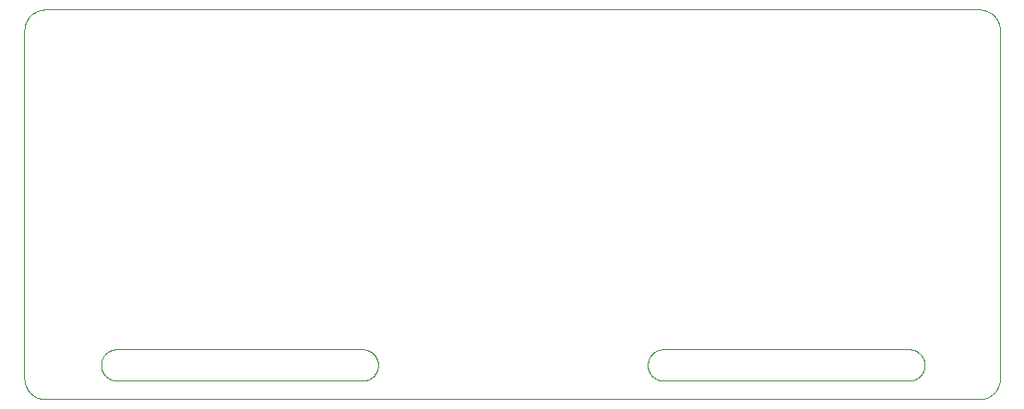
<source format=gtp>
G75*
%MOIN*%
%OFA0B0*%
%FSLAX25Y25*%
%IPPOS*%
%LPD*%
%AMOC8*
5,1,8,0,0,1.08239X$1,22.5*
%
%ADD10C,0.00000*%
D10*
X0025300Y0008800D02*
X0362800Y0008800D01*
X0362981Y0008802D01*
X0363162Y0008809D01*
X0363343Y0008820D01*
X0363524Y0008835D01*
X0363704Y0008855D01*
X0363884Y0008879D01*
X0364063Y0008907D01*
X0364241Y0008940D01*
X0364418Y0008977D01*
X0364595Y0009018D01*
X0364770Y0009063D01*
X0364945Y0009113D01*
X0365118Y0009167D01*
X0365289Y0009225D01*
X0365460Y0009287D01*
X0365628Y0009354D01*
X0365795Y0009424D01*
X0365961Y0009498D01*
X0366124Y0009577D01*
X0366285Y0009659D01*
X0366445Y0009745D01*
X0366602Y0009835D01*
X0366757Y0009929D01*
X0366910Y0010026D01*
X0367060Y0010128D01*
X0367208Y0010232D01*
X0367354Y0010341D01*
X0367496Y0010452D01*
X0367636Y0010568D01*
X0367773Y0010686D01*
X0367908Y0010808D01*
X0368039Y0010933D01*
X0368167Y0011061D01*
X0368292Y0011192D01*
X0368414Y0011327D01*
X0368532Y0011464D01*
X0368648Y0011604D01*
X0368759Y0011746D01*
X0368868Y0011892D01*
X0368972Y0012040D01*
X0369074Y0012190D01*
X0369171Y0012343D01*
X0369265Y0012498D01*
X0369355Y0012655D01*
X0369441Y0012815D01*
X0369523Y0012976D01*
X0369602Y0013139D01*
X0369676Y0013305D01*
X0369746Y0013472D01*
X0369813Y0013640D01*
X0369875Y0013811D01*
X0369933Y0013982D01*
X0369987Y0014155D01*
X0370037Y0014330D01*
X0370082Y0014505D01*
X0370123Y0014682D01*
X0370160Y0014859D01*
X0370193Y0015037D01*
X0370221Y0015216D01*
X0370245Y0015396D01*
X0370265Y0015576D01*
X0370280Y0015757D01*
X0370291Y0015938D01*
X0370298Y0016119D01*
X0370300Y0016300D01*
X0370300Y0142300D01*
X0370298Y0142481D01*
X0370291Y0142662D01*
X0370280Y0142843D01*
X0370265Y0143024D01*
X0370245Y0143204D01*
X0370221Y0143384D01*
X0370193Y0143563D01*
X0370160Y0143741D01*
X0370123Y0143918D01*
X0370082Y0144095D01*
X0370037Y0144270D01*
X0369987Y0144445D01*
X0369933Y0144618D01*
X0369875Y0144789D01*
X0369813Y0144960D01*
X0369746Y0145128D01*
X0369676Y0145295D01*
X0369602Y0145461D01*
X0369523Y0145624D01*
X0369441Y0145785D01*
X0369355Y0145945D01*
X0369265Y0146102D01*
X0369171Y0146257D01*
X0369074Y0146410D01*
X0368972Y0146560D01*
X0368868Y0146708D01*
X0368759Y0146854D01*
X0368648Y0146996D01*
X0368532Y0147136D01*
X0368414Y0147273D01*
X0368292Y0147408D01*
X0368167Y0147539D01*
X0368039Y0147667D01*
X0367908Y0147792D01*
X0367773Y0147914D01*
X0367636Y0148032D01*
X0367496Y0148148D01*
X0367354Y0148259D01*
X0367208Y0148368D01*
X0367060Y0148472D01*
X0366910Y0148574D01*
X0366757Y0148671D01*
X0366602Y0148765D01*
X0366445Y0148855D01*
X0366285Y0148941D01*
X0366124Y0149023D01*
X0365961Y0149102D01*
X0365795Y0149176D01*
X0365628Y0149246D01*
X0365460Y0149313D01*
X0365289Y0149375D01*
X0365118Y0149433D01*
X0364945Y0149487D01*
X0364770Y0149537D01*
X0364595Y0149582D01*
X0364418Y0149623D01*
X0364241Y0149660D01*
X0364063Y0149693D01*
X0363884Y0149721D01*
X0363704Y0149745D01*
X0363524Y0149765D01*
X0363343Y0149780D01*
X0363162Y0149791D01*
X0362981Y0149798D01*
X0362800Y0149800D01*
X0025300Y0149800D01*
X0025119Y0149798D01*
X0024938Y0149791D01*
X0024757Y0149780D01*
X0024576Y0149765D01*
X0024396Y0149745D01*
X0024216Y0149721D01*
X0024037Y0149693D01*
X0023859Y0149660D01*
X0023682Y0149623D01*
X0023505Y0149582D01*
X0023330Y0149537D01*
X0023155Y0149487D01*
X0022982Y0149433D01*
X0022811Y0149375D01*
X0022640Y0149313D01*
X0022472Y0149246D01*
X0022305Y0149176D01*
X0022139Y0149102D01*
X0021976Y0149023D01*
X0021815Y0148941D01*
X0021655Y0148855D01*
X0021498Y0148765D01*
X0021343Y0148671D01*
X0021190Y0148574D01*
X0021040Y0148472D01*
X0020892Y0148368D01*
X0020746Y0148259D01*
X0020604Y0148148D01*
X0020464Y0148032D01*
X0020327Y0147914D01*
X0020192Y0147792D01*
X0020061Y0147667D01*
X0019933Y0147539D01*
X0019808Y0147408D01*
X0019686Y0147273D01*
X0019568Y0147136D01*
X0019452Y0146996D01*
X0019341Y0146854D01*
X0019232Y0146708D01*
X0019128Y0146560D01*
X0019026Y0146410D01*
X0018929Y0146257D01*
X0018835Y0146102D01*
X0018745Y0145945D01*
X0018659Y0145785D01*
X0018577Y0145624D01*
X0018498Y0145461D01*
X0018424Y0145295D01*
X0018354Y0145128D01*
X0018287Y0144960D01*
X0018225Y0144789D01*
X0018167Y0144618D01*
X0018113Y0144445D01*
X0018063Y0144270D01*
X0018018Y0144095D01*
X0017977Y0143918D01*
X0017940Y0143741D01*
X0017907Y0143563D01*
X0017879Y0143384D01*
X0017855Y0143204D01*
X0017835Y0143024D01*
X0017820Y0142843D01*
X0017809Y0142662D01*
X0017802Y0142481D01*
X0017800Y0142300D01*
X0017800Y0016300D01*
X0017802Y0016119D01*
X0017809Y0015938D01*
X0017820Y0015757D01*
X0017835Y0015576D01*
X0017855Y0015396D01*
X0017879Y0015216D01*
X0017907Y0015037D01*
X0017940Y0014859D01*
X0017977Y0014682D01*
X0018018Y0014505D01*
X0018063Y0014330D01*
X0018113Y0014155D01*
X0018167Y0013982D01*
X0018225Y0013811D01*
X0018287Y0013640D01*
X0018354Y0013472D01*
X0018424Y0013305D01*
X0018498Y0013139D01*
X0018577Y0012976D01*
X0018659Y0012815D01*
X0018745Y0012655D01*
X0018835Y0012498D01*
X0018929Y0012343D01*
X0019026Y0012190D01*
X0019128Y0012040D01*
X0019232Y0011892D01*
X0019341Y0011746D01*
X0019452Y0011604D01*
X0019568Y0011464D01*
X0019686Y0011327D01*
X0019808Y0011192D01*
X0019933Y0011061D01*
X0020061Y0010933D01*
X0020192Y0010808D01*
X0020327Y0010686D01*
X0020464Y0010568D01*
X0020604Y0010452D01*
X0020746Y0010341D01*
X0020892Y0010232D01*
X0021040Y0010128D01*
X0021190Y0010026D01*
X0021343Y0009929D01*
X0021498Y0009835D01*
X0021655Y0009745D01*
X0021815Y0009659D01*
X0021976Y0009577D01*
X0022139Y0009498D01*
X0022305Y0009424D01*
X0022472Y0009354D01*
X0022640Y0009287D01*
X0022811Y0009225D01*
X0022982Y0009167D01*
X0023155Y0009113D01*
X0023330Y0009063D01*
X0023505Y0009018D01*
X0023682Y0008977D01*
X0023859Y0008940D01*
X0024037Y0008907D01*
X0024216Y0008879D01*
X0024396Y0008855D01*
X0024576Y0008835D01*
X0024757Y0008820D01*
X0024938Y0008809D01*
X0025119Y0008802D01*
X0025300Y0008800D01*
X0050550Y0015550D02*
X0140550Y0015550D01*
X0140698Y0015568D01*
X0140845Y0015590D01*
X0140992Y0015616D01*
X0141137Y0015646D01*
X0141282Y0015680D01*
X0141427Y0015718D01*
X0141570Y0015759D01*
X0141712Y0015804D01*
X0141852Y0015853D01*
X0141991Y0015906D01*
X0142129Y0015962D01*
X0142266Y0016022D01*
X0142401Y0016085D01*
X0142534Y0016152D01*
X0142665Y0016222D01*
X0142794Y0016296D01*
X0142921Y0016373D01*
X0143047Y0016454D01*
X0143170Y0016537D01*
X0143291Y0016624D01*
X0143409Y0016715D01*
X0143525Y0016808D01*
X0143639Y0016904D01*
X0143750Y0017003D01*
X0143859Y0017105D01*
X0143964Y0017210D01*
X0144067Y0017318D01*
X0144167Y0017428D01*
X0144264Y0017541D01*
X0144358Y0017656D01*
X0144449Y0017774D01*
X0144537Y0017894D01*
X0144622Y0018017D01*
X0144703Y0018141D01*
X0144782Y0018268D01*
X0144856Y0018397D01*
X0144928Y0018528D01*
X0144996Y0018660D01*
X0145060Y0018794D01*
X0145121Y0018930D01*
X0145178Y0019068D01*
X0145232Y0019207D01*
X0145282Y0019347D01*
X0145328Y0019489D01*
X0145370Y0019631D01*
X0145409Y0019775D01*
X0145444Y0019920D01*
X0145475Y0020065D01*
X0145502Y0020212D01*
X0145526Y0020359D01*
X0145545Y0020506D01*
X0145561Y0020655D01*
X0145573Y0020803D01*
X0145581Y0020952D01*
X0145585Y0021101D01*
X0145585Y0021249D01*
X0145581Y0021398D01*
X0145573Y0021547D01*
X0145561Y0021695D01*
X0145545Y0021844D01*
X0145526Y0021991D01*
X0145502Y0022138D01*
X0145475Y0022285D01*
X0145444Y0022430D01*
X0145409Y0022575D01*
X0145370Y0022719D01*
X0145328Y0022861D01*
X0145282Y0023003D01*
X0145232Y0023143D01*
X0145178Y0023282D01*
X0145121Y0023420D01*
X0145060Y0023556D01*
X0144996Y0023690D01*
X0144928Y0023822D01*
X0144856Y0023953D01*
X0144782Y0024082D01*
X0144703Y0024209D01*
X0144622Y0024333D01*
X0144537Y0024456D01*
X0144449Y0024576D01*
X0144358Y0024694D01*
X0144264Y0024809D01*
X0144167Y0024922D01*
X0144067Y0025032D01*
X0143964Y0025140D01*
X0143859Y0025245D01*
X0143750Y0025347D01*
X0143639Y0025446D01*
X0143525Y0025542D01*
X0143409Y0025635D01*
X0143291Y0025726D01*
X0143170Y0025813D01*
X0143047Y0025896D01*
X0142921Y0025977D01*
X0142794Y0026054D01*
X0142665Y0026128D01*
X0142534Y0026198D01*
X0142401Y0026265D01*
X0142266Y0026328D01*
X0142129Y0026388D01*
X0141991Y0026444D01*
X0141852Y0026497D01*
X0141712Y0026546D01*
X0141570Y0026591D01*
X0141427Y0026632D01*
X0141282Y0026670D01*
X0141137Y0026704D01*
X0140992Y0026734D01*
X0140845Y0026760D01*
X0140698Y0026782D01*
X0140550Y0026800D01*
X0050550Y0026800D01*
X0050402Y0026782D01*
X0050255Y0026760D01*
X0050108Y0026734D01*
X0049963Y0026704D01*
X0049818Y0026670D01*
X0049673Y0026632D01*
X0049530Y0026591D01*
X0049388Y0026546D01*
X0049248Y0026497D01*
X0049109Y0026444D01*
X0048971Y0026388D01*
X0048834Y0026328D01*
X0048699Y0026265D01*
X0048566Y0026198D01*
X0048435Y0026128D01*
X0048306Y0026054D01*
X0048179Y0025977D01*
X0048053Y0025896D01*
X0047930Y0025813D01*
X0047809Y0025726D01*
X0047691Y0025635D01*
X0047575Y0025542D01*
X0047461Y0025446D01*
X0047350Y0025347D01*
X0047241Y0025245D01*
X0047136Y0025140D01*
X0047033Y0025032D01*
X0046933Y0024922D01*
X0046836Y0024809D01*
X0046742Y0024694D01*
X0046651Y0024576D01*
X0046563Y0024456D01*
X0046478Y0024333D01*
X0046397Y0024209D01*
X0046318Y0024082D01*
X0046244Y0023953D01*
X0046172Y0023822D01*
X0046104Y0023690D01*
X0046040Y0023556D01*
X0045979Y0023420D01*
X0045922Y0023282D01*
X0045868Y0023143D01*
X0045818Y0023003D01*
X0045772Y0022861D01*
X0045730Y0022719D01*
X0045691Y0022575D01*
X0045656Y0022430D01*
X0045625Y0022285D01*
X0045598Y0022138D01*
X0045574Y0021991D01*
X0045555Y0021844D01*
X0045539Y0021695D01*
X0045527Y0021547D01*
X0045519Y0021398D01*
X0045515Y0021249D01*
X0045515Y0021101D01*
X0045519Y0020952D01*
X0045527Y0020803D01*
X0045539Y0020655D01*
X0045555Y0020506D01*
X0045574Y0020359D01*
X0045598Y0020212D01*
X0045625Y0020065D01*
X0045656Y0019920D01*
X0045691Y0019775D01*
X0045730Y0019631D01*
X0045772Y0019489D01*
X0045818Y0019347D01*
X0045868Y0019207D01*
X0045922Y0019068D01*
X0045979Y0018930D01*
X0046040Y0018794D01*
X0046104Y0018660D01*
X0046172Y0018528D01*
X0046244Y0018397D01*
X0046318Y0018268D01*
X0046397Y0018141D01*
X0046478Y0018017D01*
X0046563Y0017894D01*
X0046651Y0017774D01*
X0046742Y0017656D01*
X0046836Y0017541D01*
X0046933Y0017428D01*
X0047033Y0017318D01*
X0047136Y0017210D01*
X0047241Y0017105D01*
X0047350Y0017003D01*
X0047461Y0016904D01*
X0047575Y0016808D01*
X0047691Y0016715D01*
X0047809Y0016624D01*
X0047930Y0016537D01*
X0048053Y0016454D01*
X0048179Y0016373D01*
X0048306Y0016296D01*
X0048435Y0016222D01*
X0048566Y0016152D01*
X0048699Y0016085D01*
X0048834Y0016022D01*
X0048971Y0015962D01*
X0049109Y0015906D01*
X0049248Y0015853D01*
X0049388Y0015804D01*
X0049530Y0015759D01*
X0049673Y0015718D01*
X0049818Y0015680D01*
X0049963Y0015646D01*
X0050108Y0015616D01*
X0050255Y0015590D01*
X0050402Y0015568D01*
X0050550Y0015550D01*
X0248050Y0015550D02*
X0338050Y0015550D01*
X0338198Y0015568D01*
X0338345Y0015590D01*
X0338492Y0015616D01*
X0338637Y0015646D01*
X0338782Y0015680D01*
X0338927Y0015718D01*
X0339070Y0015759D01*
X0339212Y0015804D01*
X0339352Y0015853D01*
X0339491Y0015906D01*
X0339629Y0015962D01*
X0339766Y0016022D01*
X0339901Y0016085D01*
X0340034Y0016152D01*
X0340165Y0016222D01*
X0340294Y0016296D01*
X0340421Y0016373D01*
X0340547Y0016454D01*
X0340670Y0016537D01*
X0340791Y0016624D01*
X0340909Y0016715D01*
X0341025Y0016808D01*
X0341139Y0016904D01*
X0341250Y0017003D01*
X0341359Y0017105D01*
X0341464Y0017210D01*
X0341567Y0017318D01*
X0341667Y0017428D01*
X0341764Y0017541D01*
X0341858Y0017656D01*
X0341949Y0017774D01*
X0342037Y0017894D01*
X0342122Y0018017D01*
X0342203Y0018141D01*
X0342282Y0018268D01*
X0342356Y0018397D01*
X0342428Y0018528D01*
X0342496Y0018660D01*
X0342560Y0018794D01*
X0342621Y0018930D01*
X0342678Y0019068D01*
X0342732Y0019207D01*
X0342782Y0019347D01*
X0342828Y0019489D01*
X0342870Y0019631D01*
X0342909Y0019775D01*
X0342944Y0019920D01*
X0342975Y0020065D01*
X0343002Y0020212D01*
X0343026Y0020359D01*
X0343045Y0020506D01*
X0343061Y0020655D01*
X0343073Y0020803D01*
X0343081Y0020952D01*
X0343085Y0021101D01*
X0343085Y0021249D01*
X0343081Y0021398D01*
X0343073Y0021547D01*
X0343061Y0021695D01*
X0343045Y0021844D01*
X0343026Y0021991D01*
X0343002Y0022138D01*
X0342975Y0022285D01*
X0342944Y0022430D01*
X0342909Y0022575D01*
X0342870Y0022719D01*
X0342828Y0022861D01*
X0342782Y0023003D01*
X0342732Y0023143D01*
X0342678Y0023282D01*
X0342621Y0023420D01*
X0342560Y0023556D01*
X0342496Y0023690D01*
X0342428Y0023822D01*
X0342356Y0023953D01*
X0342282Y0024082D01*
X0342203Y0024209D01*
X0342122Y0024333D01*
X0342037Y0024456D01*
X0341949Y0024576D01*
X0341858Y0024694D01*
X0341764Y0024809D01*
X0341667Y0024922D01*
X0341567Y0025032D01*
X0341464Y0025140D01*
X0341359Y0025245D01*
X0341250Y0025347D01*
X0341139Y0025446D01*
X0341025Y0025542D01*
X0340909Y0025635D01*
X0340791Y0025726D01*
X0340670Y0025813D01*
X0340547Y0025896D01*
X0340421Y0025977D01*
X0340294Y0026054D01*
X0340165Y0026128D01*
X0340034Y0026198D01*
X0339901Y0026265D01*
X0339766Y0026328D01*
X0339629Y0026388D01*
X0339491Y0026444D01*
X0339352Y0026497D01*
X0339212Y0026546D01*
X0339070Y0026591D01*
X0338927Y0026632D01*
X0338782Y0026670D01*
X0338637Y0026704D01*
X0338492Y0026734D01*
X0338345Y0026760D01*
X0338198Y0026782D01*
X0338050Y0026800D01*
X0248050Y0026800D01*
X0247902Y0026782D01*
X0247755Y0026760D01*
X0247608Y0026734D01*
X0247463Y0026704D01*
X0247318Y0026670D01*
X0247173Y0026632D01*
X0247030Y0026591D01*
X0246888Y0026546D01*
X0246748Y0026497D01*
X0246609Y0026444D01*
X0246471Y0026388D01*
X0246334Y0026328D01*
X0246199Y0026265D01*
X0246066Y0026198D01*
X0245935Y0026128D01*
X0245806Y0026054D01*
X0245679Y0025977D01*
X0245553Y0025896D01*
X0245430Y0025813D01*
X0245309Y0025726D01*
X0245191Y0025635D01*
X0245075Y0025542D01*
X0244961Y0025446D01*
X0244850Y0025347D01*
X0244741Y0025245D01*
X0244636Y0025140D01*
X0244533Y0025032D01*
X0244433Y0024922D01*
X0244336Y0024809D01*
X0244242Y0024694D01*
X0244151Y0024576D01*
X0244063Y0024456D01*
X0243978Y0024333D01*
X0243897Y0024209D01*
X0243818Y0024082D01*
X0243744Y0023953D01*
X0243672Y0023822D01*
X0243604Y0023690D01*
X0243540Y0023556D01*
X0243479Y0023420D01*
X0243422Y0023282D01*
X0243368Y0023143D01*
X0243318Y0023003D01*
X0243272Y0022861D01*
X0243230Y0022719D01*
X0243191Y0022575D01*
X0243156Y0022430D01*
X0243125Y0022285D01*
X0243098Y0022138D01*
X0243074Y0021991D01*
X0243055Y0021844D01*
X0243039Y0021695D01*
X0243027Y0021547D01*
X0243019Y0021398D01*
X0243015Y0021249D01*
X0243015Y0021101D01*
X0243019Y0020952D01*
X0243027Y0020803D01*
X0243039Y0020655D01*
X0243055Y0020506D01*
X0243074Y0020359D01*
X0243098Y0020212D01*
X0243125Y0020065D01*
X0243156Y0019920D01*
X0243191Y0019775D01*
X0243230Y0019631D01*
X0243272Y0019489D01*
X0243318Y0019347D01*
X0243368Y0019207D01*
X0243422Y0019068D01*
X0243479Y0018930D01*
X0243540Y0018794D01*
X0243604Y0018660D01*
X0243672Y0018528D01*
X0243744Y0018397D01*
X0243818Y0018268D01*
X0243897Y0018141D01*
X0243978Y0018017D01*
X0244063Y0017894D01*
X0244151Y0017774D01*
X0244242Y0017656D01*
X0244336Y0017541D01*
X0244433Y0017428D01*
X0244533Y0017318D01*
X0244636Y0017210D01*
X0244741Y0017105D01*
X0244850Y0017003D01*
X0244961Y0016904D01*
X0245075Y0016808D01*
X0245191Y0016715D01*
X0245309Y0016624D01*
X0245430Y0016537D01*
X0245553Y0016454D01*
X0245679Y0016373D01*
X0245806Y0016296D01*
X0245935Y0016222D01*
X0246066Y0016152D01*
X0246199Y0016085D01*
X0246334Y0016022D01*
X0246471Y0015962D01*
X0246609Y0015906D01*
X0246748Y0015853D01*
X0246888Y0015804D01*
X0247030Y0015759D01*
X0247173Y0015718D01*
X0247318Y0015680D01*
X0247463Y0015646D01*
X0247608Y0015616D01*
X0247755Y0015590D01*
X0247902Y0015568D01*
X0248050Y0015550D01*
M02*

</source>
